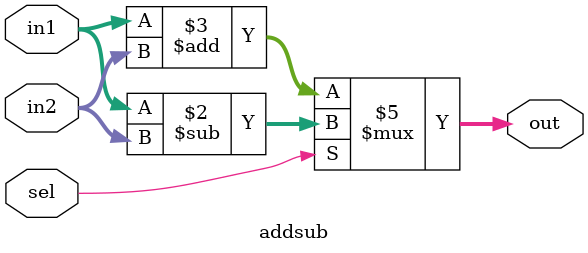
<source format=v>
`timescale 1ns / 1ps


module addsub(output reg [15:0] out, input [15:0] in1,in2, input sel);
always @(*)
begin
    if(sel) out <= in1-in2;
    else    out <= in1+in2;
end
endmodule

</source>
